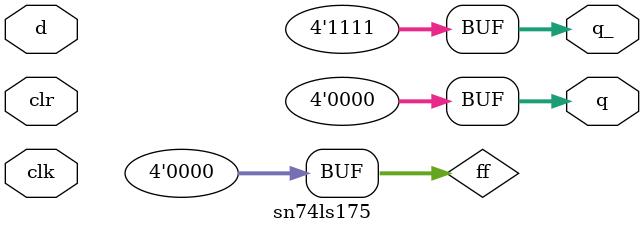
<source format=v>
module sn74ls175(q, q_, d, clk, clr);
input [3:0] d;
input clk, clr;
output [3:0] q, q_;
reg [3:0] ff;

parameter
	tPLH_min=0, tPLH_typ=20, tPLH_max=30,		// worst case (CLR time)
	tPHL_min=0, tPHL_typ=20, tPHL_max=30;

initial
begin
	ff = 4'bxxxx;
end

always @(clr==0)
begin
	ff <= 0;
end

always @(posedge clk)
begin
	if (clr==1)
		ff <= d;
end

assign #(tPLH_min:tPLH_typ:tPLH_max, tPHL_min:tPHL_typ:tPHL_max)
	q = ff;
assign #(tPLH_min:tPLH_typ:tPLH_max, tPHL_min:tPHL_typ:tPHL_max)
	q_ = ~ff;

endmodule

</source>
